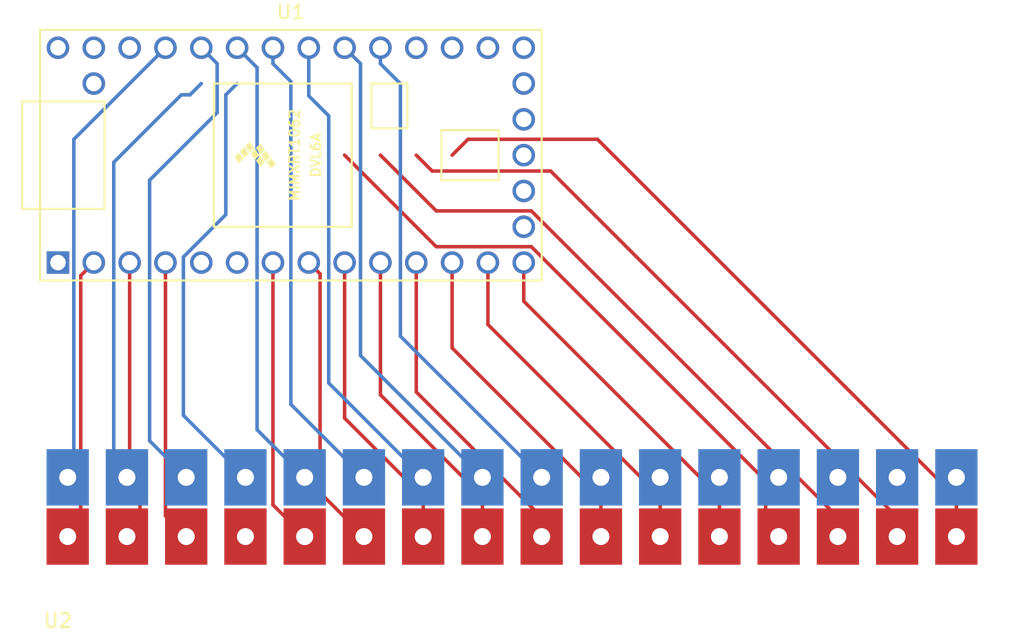
<source format=kicad_pcb>
(kicad_pcb (version 20171130) (host pcbnew 5.0.2+dfsg1-1~bpo9+1)

  (general
    (thickness 1.6)
    (drawings 0)
    (tracks 84)
    (zones 0)
    (modules 2)
    (nets 67)
  )

  (page A4)
  (layers
    (0 F.Cu signal)
    (31 B.Cu signal)
    (32 B.Adhes user)
    (33 F.Adhes user)
    (34 B.Paste user)
    (35 F.Paste user)
    (36 B.SilkS user)
    (37 F.SilkS user)
    (38 B.Mask user)
    (39 F.Mask user)
    (40 Dwgs.User user)
    (41 Cmts.User user)
    (42 Eco1.User user)
    (43 Eco2.User user)
    (44 Edge.Cuts user)
    (45 Margin user)
    (46 B.CrtYd user)
    (47 F.CrtYd user)
    (48 B.Fab user)
    (49 F.Fab user)
  )

  (setup
    (last_trace_width 0.25)
    (trace_clearance 0.2)
    (zone_clearance 0.508)
    (zone_45_only no)
    (trace_min 0.2)
    (segment_width 0.2)
    (edge_width 0.15)
    (via_size 0.8)
    (via_drill 0.4)
    (via_min_size 0.4)
    (via_min_drill 0.3)
    (uvia_size 0.3)
    (uvia_drill 0.1)
    (uvias_allowed no)
    (uvia_min_size 0.2)
    (uvia_min_drill 0.1)
    (pcb_text_width 0.3)
    (pcb_text_size 1.5 1.5)
    (mod_edge_width 0.15)
    (mod_text_size 1 1)
    (mod_text_width 0.15)
    (pad_size 1.524 1.524)
    (pad_drill 0.762)
    (pad_to_mask_clearance 0.051)
    (solder_mask_min_width 0.25)
    (aux_axis_origin 0 0)
    (visible_elements FFFFFF7F)
    (pcbplotparams
      (layerselection 0x010fc_ffffffff)
      (usegerberextensions false)
      (usegerberattributes false)
      (usegerberadvancedattributes false)
      (creategerberjobfile false)
      (excludeedgelayer true)
      (linewidth 0.100000)
      (plotframeref false)
      (viasonmask false)
      (mode 1)
      (useauxorigin false)
      (hpglpennumber 1)
      (hpglpenspeed 20)
      (hpglpendiameter 15.000000)
      (psnegative false)
      (psa4output false)
      (plotreference true)
      (plotvalue true)
      (plotinvisibletext false)
      (padsonsilk false)
      (subtractmaskfromsilk false)
      (outputformat 1)
      (mirror false)
      (drillshape 1)
      (scaleselection 1)
      (outputdirectory ""))
  )

  (net 0 "")
  (net 1 "Net-(U1-Pad16)")
  (net 2 "Net-(U1-Pad17)")
  (net 3 "Net-(U1-Pad18)")
  (net 4 "Net-(U1-Pad19)")
  (net 5 "Net-(U1-Pad20)")
  (net 6 "Net-(U1-Pad31)")
  (net 7 "Net-(U1-Pad6)")
  (net 8 "Net-(U1-Pad5)")
  (net 9 "Net-(U1-Pad15)")
  (net 10 "Net-(U1-Pad32)")
  (net 11 "Net-(U1-Pad33)")
  (net 12 "Net-(U1-Pad34)")
  (net 13 ROW_3)
  (net 14 ROW_5)
  (net 15 ROW_6)
  (net 16 ROW_7)
  (net 17 ROW_8)
  (net 18 ROW_9)
  (net 19 ROW_10)
  (net 20 ROW_11)
  (net 21 ROW_13)
  (net 22 ROW_15)
  (net 23 ROW_14)
  (net 24 ROW_12)
  (net 25 ROW_1)
  (net 26 ROW_2)
  (net 27 ROW_4)
  (net 28 ROW_0)
  (net 29 COL_3)
  (net 30 COL_2)
  (net 31 COL_1)
  (net 32 COL_0)
  (net 33 COL_12)
  (net 34 COL_15)
  (net 35 COL_14)
  (net 36 COL_13)
  (net 37 COL_11)
  (net 38 COL_10)
  (net 39 COL_9)
  (net 40 COL_8)
  (net 41 COL_7)
  (net 42 COL_6)
  (net 43 COL_5)
  (net 44 COL_4)
  (net 45 "Net-(U1-Pad14)")
  (net 46 "Net-(U1-Pad21)")
  (net 47 "Net-(U1-Pad22)")
  (net 48 "Net-(U1-Pad23)")
  (net 49 "Net-(U1-Pad24)")
  (net 50 "Net-(U1-Pad25)")
  (net 51 "Net-(U1-Pad26)")
  (net 52 "Net-(U1-Pad27)")
  (net 53 "Net-(U1-Pad28)")
  (net 54 "Net-(U1-Pad29)")
  (net 55 "Net-(U1-Pad30)")
  (net 56 "Net-(U1-Pad13)")
  (net 57 "Net-(U1-Pad12)")
  (net 58 "Net-(U1-Pad11)")
  (net 59 "Net-(U1-Pad10)")
  (net 60 "Net-(U1-Pad9)")
  (net 61 "Net-(U1-Pad8)")
  (net 62 "Net-(U1-Pad7)")
  (net 63 "Net-(U1-Pad4)")
  (net 64 "Net-(U1-Pad3)")
  (net 65 "Net-(U1-Pad2)")
  (net 66 "Net-(U1-Pad1)")

  (net_class Default "Ceci est la Netclass par défaut."
    (clearance 0.2)
    (trace_width 0.25)
    (via_dia 0.8)
    (via_drill 0.4)
    (uvia_dia 0.3)
    (uvia_drill 0.1)
    (add_net COL_0)
    (add_net COL_1)
    (add_net COL_10)
    (add_net COL_11)
    (add_net COL_12)
    (add_net COL_13)
    (add_net COL_14)
    (add_net COL_15)
    (add_net COL_2)
    (add_net COL_3)
    (add_net COL_4)
    (add_net COL_5)
    (add_net COL_6)
    (add_net COL_7)
    (add_net COL_8)
    (add_net COL_9)
    (add_net "Net-(U1-Pad1)")
    (add_net "Net-(U1-Pad10)")
    (add_net "Net-(U1-Pad11)")
    (add_net "Net-(U1-Pad12)")
    (add_net "Net-(U1-Pad13)")
    (add_net "Net-(U1-Pad14)")
    (add_net "Net-(U1-Pad15)")
    (add_net "Net-(U1-Pad16)")
    (add_net "Net-(U1-Pad17)")
    (add_net "Net-(U1-Pad18)")
    (add_net "Net-(U1-Pad19)")
    (add_net "Net-(U1-Pad2)")
    (add_net "Net-(U1-Pad20)")
    (add_net "Net-(U1-Pad21)")
    (add_net "Net-(U1-Pad22)")
    (add_net "Net-(U1-Pad23)")
    (add_net "Net-(U1-Pad24)")
    (add_net "Net-(U1-Pad25)")
    (add_net "Net-(U1-Pad26)")
    (add_net "Net-(U1-Pad27)")
    (add_net "Net-(U1-Pad28)")
    (add_net "Net-(U1-Pad29)")
    (add_net "Net-(U1-Pad3)")
    (add_net "Net-(U1-Pad30)")
    (add_net "Net-(U1-Pad31)")
    (add_net "Net-(U1-Pad32)")
    (add_net "Net-(U1-Pad33)")
    (add_net "Net-(U1-Pad34)")
    (add_net "Net-(U1-Pad4)")
    (add_net "Net-(U1-Pad5)")
    (add_net "Net-(U1-Pad6)")
    (add_net "Net-(U1-Pad7)")
    (add_net "Net-(U1-Pad8)")
    (add_net "Net-(U1-Pad9)")
    (add_net ROW_0)
    (add_net ROW_1)
    (add_net ROW_10)
    (add_net ROW_11)
    (add_net ROW_12)
    (add_net ROW_13)
    (add_net ROW_14)
    (add_net ROW_15)
    (add_net ROW_2)
    (add_net ROW_3)
    (add_net ROW_4)
    (add_net ROW_5)
    (add_net ROW_6)
    (add_net ROW_7)
    (add_net ROW_8)
    (add_net ROW_9)
  )

  (module teensy:Teensy40 (layer F.Cu) (tedit 5D521536) (tstamp 5DF8D2EC)
    (at 132.08 93.98)
    (path /5DF7B870)
    (fp_text reference U1 (at 0 -10.16) (layer F.SilkS)
      (effects (font (size 1 1) (thickness 0.15)))
    )
    (fp_text value Teensy4.0 (at 0 10.16) (layer F.Fab)
      (effects (font (size 1 1) (thickness 0.15)))
    )
    (fp_line (start -17.78 3.81) (end -19.05 3.81) (layer F.SilkS) (width 0.15))
    (fp_line (start -19.05 3.81) (end -19.05 -3.81) (layer F.SilkS) (width 0.15))
    (fp_line (start -19.05 -3.81) (end -17.78 -3.81) (layer F.SilkS) (width 0.15))
    (fp_line (start -13.208 3.81) (end -13.208 -3.81) (layer F.SilkS) (width 0.15))
    (fp_line (start -13.208 -3.81) (end -17.78 -3.81) (layer F.SilkS) (width 0.15))
    (fp_line (start -13.208 3.81) (end -17.78 3.81) (layer F.SilkS) (width 0.15))
    (fp_line (start 14.732 -1.778) (end 14.732 1.778) (layer F.SilkS) (width 0.15))
    (fp_line (start 14.732 1.778) (end 10.668 1.778) (layer F.SilkS) (width 0.15))
    (fp_line (start 10.668 1.778) (end 10.668 -1.778) (layer F.SilkS) (width 0.15))
    (fp_line (start 10.668 -1.778) (end 14.732 -1.778) (layer F.SilkS) (width 0.15))
    (fp_line (start 4.318 5.08) (end 4.318 -5.08) (layer F.SilkS) (width 0.15))
    (fp_line (start -5.461 -5.08) (end -5.461 5.08) (layer F.SilkS) (width 0.15))
    (fp_line (start 4.318 -5.08) (end -5.461 -5.08) (layer F.SilkS) (width 0.15))
    (fp_line (start 4.318 5.08) (end -5.461 5.08) (layer F.SilkS) (width 0.15))
    (fp_line (start -17.78 -8.89) (end 17.78 -8.89) (layer F.SilkS) (width 0.15))
    (fp_line (start 17.78 -8.89) (end 17.78 8.89) (layer F.SilkS) (width 0.15))
    (fp_line (start 17.78 8.89) (end -17.78 8.89) (layer F.SilkS) (width 0.15))
    (fp_line (start -17.78 8.89) (end -17.78 -8.89) (layer F.SilkS) (width 0.15))
    (fp_line (start 5.715 -5.08) (end 8.255 -5.08) (layer F.SilkS) (width 0.15))
    (fp_line (start 8.255 -5.08) (end 8.255 -1.905) (layer F.SilkS) (width 0.15))
    (fp_line (start 8.255 -1.905) (end 5.715 -1.905) (layer F.SilkS) (width 0.15))
    (fp_line (start 5.715 -1.905) (end 5.715 -5.08) (layer F.SilkS) (width 0.15))
    (fp_text user MIMXRT1062 (at 0.254 0 90) (layer F.SilkS)
      (effects (font (size 0.7 0.7) (thickness 0.15)))
    )
    (fp_poly (pts (xy -3.175 -0.635) (xy -2.921 -0.889) (xy -2.667 -0.508) (xy -2.921 -0.254)) (layer F.SilkS) (width 0.1))
    (fp_poly (pts (xy -2.794 -0.127) (xy -2.54 -0.381) (xy -2.286 0) (xy -2.54 0.254)) (layer F.SilkS) (width 0.1))
    (fp_poly (pts (xy -2.413 0.381) (xy -2.159 0.127) (xy -1.905 0.508) (xy -2.159 0.762)) (layer F.SilkS) (width 0.1))
    (fp_poly (pts (xy -2.413 -0.508) (xy -2.159 -0.762) (xy -1.905 -0.381) (xy -2.159 -0.127)) (layer F.SilkS) (width 0.1))
    (fp_poly (pts (xy -2.032 0) (xy -1.778 -0.254) (xy -1.524 0.127) (xy -1.778 0.381)) (layer F.SilkS) (width 0.1))
    (fp_poly (pts (xy -1.651 0.508) (xy -1.397 0.254) (xy -1.143 0.635) (xy -1.397 0.889)) (layer F.SilkS) (width 0.1))
    (fp_poly (pts (xy -3.556 -0.254) (xy -3.302 -0.508) (xy -3.048 -0.127) (xy -3.302 0.127)) (layer F.SilkS) (width 0.1))
    (fp_poly (pts (xy -3.937 0.127) (xy -3.683 -0.127) (xy -3.429 0.254) (xy -3.683 0.508)) (layer F.SilkS) (width 0.1))
    (fp_text user DVL6A (at 1.778 0 90) (layer F.SilkS)
      (effects (font (size 0.7 0.7) (thickness 0.15)))
    )
    (pad 17 thru_hole circle (at 16.51 0) (size 1.6 1.6) (drill 1.1) (layers *.Cu *.Mask)
      (net 2 "Net-(U1-Pad17)"))
    (pad 18 thru_hole circle (at 16.51 -2.54) (size 1.6 1.6) (drill 1.1) (layers *.Cu *.Mask)
      (net 3 "Net-(U1-Pad18)"))
    (pad 19 thru_hole circle (at 16.51 -5.08) (size 1.6 1.6) (drill 1.1) (layers *.Cu *.Mask)
      (net 4 "Net-(U1-Pad19)"))
    (pad 20 thru_hole circle (at 16.51 -7.62) (size 1.6 1.6) (drill 1.1) (layers *.Cu *.Mask)
      (net 5 "Net-(U1-Pad20)"))
    (pad 16 thru_hole circle (at 16.51 2.54) (size 1.6 1.6) (drill 1.1) (layers *.Cu *.Mask)
      (net 1 "Net-(U1-Pad16)"))
    (pad 15 thru_hole circle (at 16.51 5.08) (size 1.6 1.6) (drill 1.1) (layers *.Cu *.Mask)
      (net 9 "Net-(U1-Pad15)"))
    (pad 14 thru_hole circle (at 16.51 7.62) (size 1.6 1.6) (drill 1.1) (layers *.Cu *.Mask)
      (net 45 "Net-(U1-Pad14)"))
    (pad 21 thru_hole circle (at 13.97 -7.62) (size 1.6 1.6) (drill 1.1) (layers *.Cu *.Mask)
      (net 46 "Net-(U1-Pad21)"))
    (pad 22 thru_hole circle (at 11.43 -7.62) (size 1.6 1.6) (drill 1.1) (layers *.Cu *.Mask)
      (net 47 "Net-(U1-Pad22)"))
    (pad 23 thru_hole circle (at 8.89 -7.62) (size 1.6 1.6) (drill 1.1) (layers *.Cu *.Mask)
      (net 48 "Net-(U1-Pad23)"))
    (pad 24 thru_hole circle (at 6.35 -7.62) (size 1.6 1.6) (drill 1.1) (layers *.Cu *.Mask)
      (net 49 "Net-(U1-Pad24)"))
    (pad 25 thru_hole circle (at 3.81 -7.62) (size 1.6 1.6) (drill 1.1) (layers *.Cu *.Mask)
      (net 50 "Net-(U1-Pad25)"))
    (pad 26 thru_hole circle (at 1.27 -7.62) (size 1.6 1.6) (drill 1.1) (layers *.Cu *.Mask)
      (net 51 "Net-(U1-Pad26)"))
    (pad 27 thru_hole circle (at -1.27 -7.62) (size 1.6 1.6) (drill 1.1) (layers *.Cu *.Mask)
      (net 52 "Net-(U1-Pad27)"))
    (pad 28 thru_hole circle (at -3.81 -7.62) (size 1.6 1.6) (drill 1.1) (layers *.Cu *.Mask)
      (net 53 "Net-(U1-Pad28)"))
    (pad 29 thru_hole circle (at -6.35 -7.62) (size 1.6 1.6) (drill 1.1) (layers *.Cu *.Mask)
      (net 54 "Net-(U1-Pad29)"))
    (pad 30 thru_hole circle (at -8.89 -7.62) (size 1.6 1.6) (drill 1.1) (layers *.Cu *.Mask)
      (net 55 "Net-(U1-Pad30)"))
    (pad 31 thru_hole circle (at -11.43 -7.62) (size 1.6 1.6) (drill 1.1) (layers *.Cu *.Mask)
      (net 6 "Net-(U1-Pad31)"))
    (pad 32 thru_hole circle (at -13.97 -7.62) (size 1.6 1.6) (drill 1.1) (layers *.Cu *.Mask)
      (net 10 "Net-(U1-Pad32)"))
    (pad 33 thru_hole circle (at -16.51 -7.62) (size 1.6 1.6) (drill 1.1) (layers *.Cu *.Mask)
      (net 11 "Net-(U1-Pad33)"))
    (pad 34 thru_hole circle (at -13.97 -5.08) (size 1.6 1.6) (drill 1.1) (layers *.Cu *.Mask)
      (net 12 "Net-(U1-Pad34)"))
    (pad 13 thru_hole circle (at 13.97 7.62) (size 1.6 1.6) (drill 1.1) (layers *.Cu *.Mask)
      (net 56 "Net-(U1-Pad13)"))
    (pad 12 thru_hole circle (at 11.43 7.62) (size 1.6 1.6) (drill 1.1) (layers *.Cu *.Mask)
      (net 57 "Net-(U1-Pad12)"))
    (pad 11 thru_hole circle (at 8.89 7.62) (size 1.6 1.6) (drill 1.1) (layers *.Cu *.Mask)
      (net 58 "Net-(U1-Pad11)"))
    (pad 10 thru_hole circle (at 6.35 7.62) (size 1.6 1.6) (drill 1.1) (layers *.Cu *.Mask)
      (net 59 "Net-(U1-Pad10)"))
    (pad 9 thru_hole circle (at 3.81 7.62) (size 1.6 1.6) (drill 1.1) (layers *.Cu *.Mask)
      (net 60 "Net-(U1-Pad9)"))
    (pad 8 thru_hole circle (at 1.27 7.62) (size 1.6 1.6) (drill 1.1) (layers *.Cu *.Mask)
      (net 61 "Net-(U1-Pad8)"))
    (pad 7 thru_hole circle (at -1.27 7.62) (size 1.6 1.6) (drill 1.1) (layers *.Cu *.Mask)
      (net 62 "Net-(U1-Pad7)"))
    (pad 6 thru_hole circle (at -3.81 7.62) (size 1.6 1.6) (drill 1.1) (layers *.Cu *.Mask)
      (net 7 "Net-(U1-Pad6)"))
    (pad 5 thru_hole circle (at -6.35 7.62) (size 1.6 1.6) (drill 1.1) (layers *.Cu *.Mask)
      (net 8 "Net-(U1-Pad5)"))
    (pad 4 thru_hole circle (at -8.89 7.62) (size 1.6 1.6) (drill 1.1) (layers *.Cu *.Mask)
      (net 63 "Net-(U1-Pad4)"))
    (pad 3 thru_hole circle (at -11.43 7.62) (size 1.6 1.6) (drill 1.1) (layers *.Cu *.Mask)
      (net 64 "Net-(U1-Pad3)"))
    (pad 2 thru_hole circle (at -13.97 7.62) (size 1.6 1.6) (drill 1.1) (layers *.Cu *.Mask)
      (net 65 "Net-(U1-Pad2)"))
    (pad 1 thru_hole rect (at -16.51 7.62) (size 1.6 1.6) (drill 1.1) (layers *.Cu *.Mask)
      (net 66 "Net-(U1-Pad1)"))
  )

  (module e256:e256_pad_16X16 (layer F.Cu) (tedit 5DE6C641) (tstamp 5DEF5558)
    (at 149.86 116.84 270)
    (path /5DEF4BB3)
    (fp_text reference U2 (at 10.16 34.29) (layer F.SilkS)
      (effects (font (size 1 1) (thickness 0.15)))
    )
    (fp_text value e256_pad_16x16 (at 8.255 29.21) (layer F.Fab)
      (effects (font (size 1 1) (thickness 0.15)))
    )
    (pad "" np_thru_hole circle (at 4.2 -33.6 270) (size 1.2 1.2) (drill 1.2) (layers *.Cu))
    (pad "" np_thru_hole circle (at 0 -33.6 270) (size 1.2 1.2) (drill 1.2) (layers *.Cu))
    (pad "" np_thru_hole circle (at 4.2 37.8 270) (size 1.2 1.2) (drill 1.2) (layers *.Cu))
    (pad "" np_thru_hole circle (at 0 37.8 270) (size 1.2 1.2) (drill 1.2) (layers *.Cu))
    (pad "" np_thru_hole circle (at 0 33.6 270) (size 1.2 1.2) (drill 1.2) (layers *.Cu))
    (pad "" np_thru_hole circle (at 4.2 33.6 270) (size 1.2 1.2) (drill 1.2) (layers *.Cu))
    (pad "" np_thru_hole circle (at 4.2 29.4 270) (size 1.2 1.2) (drill 1.2) (layers *.Cu))
    (pad "" np_thru_hole circle (at 0 29.4 270) (size 1.2 1.2) (drill 1.2) (layers *.Cu))
    (pad "" np_thru_hole circle (at 0 25.2 270) (size 1.2 1.2) (drill 1.2) (layers *.Cu))
    (pad "" np_thru_hole circle (at 4.2 25.2 270) (size 1.2 1.2) (drill 1.2) (layers *.Cu))
    (pad "" np_thru_hole circle (at 4.2 21 270) (size 1.2 1.2) (drill 1.2) (layers *.Cu))
    (pad "" np_thru_hole circle (at 0 21 270) (size 1.2 1.2) (drill 1.2) (layers *.Cu))
    (pad "" np_thru_hole circle (at 0 16.8 270) (size 1.2 1.2) (drill 1.2) (layers *.Cu))
    (pad "" np_thru_hole circle (at 4.2 16.8 270) (size 1.2 1.2) (drill 1.2) (layers *.Cu))
    (pad "" np_thru_hole circle (at 4.2 16.8 270) (size 1.2 1.2) (drill 1.2) (layers *.Cu))
    (pad "" np_thru_hole circle (at 4.2 12.6 270) (size 1.2 1.2) (drill 1.2) (layers *.Cu))
    (pad "" np_thru_hole circle (at 0 12.6 270) (size 1.2 1.2) (drill 1.2) (layers *.Cu))
    (pad "" np_thru_hole circle (at 0 8.4 270) (size 1.2 1.2) (drill 1.2) (layers *.Cu))
    (pad "" np_thru_hole circle (at 4.2 8.4 270) (size 1.2 1.2) (drill 1.2) (layers *.Cu))
    (pad "" np_thru_hole circle (at 4.2 4.2 270) (size 1.2 1.2) (drill 1.2) (layers *.Cu))
    (pad "" np_thru_hole circle (at 0 4.2 270) (size 1.2 1.2) (drill 1.2) (layers *.Cu))
    (pad "" np_thru_hole circle (at 0 0 270) (size 1.2 1.2) (drill 1.2) (layers *.Cu))
    (pad "" np_thru_hole circle (at 4.2 0 270) (size 1.2 1.2) (drill 1.2) (layers *.Cu))
    (pad "" np_thru_hole circle (at 4.2 -4.2 270) (size 1.2 1.2) (drill 1.2) (layers *.Cu))
    (pad "" np_thru_hole circle (at 0 -4.2 270) (size 1.2 1.2) (drill 1.2) (layers *.Cu))
    (pad "" np_thru_hole circle (at 0 -8.4 270) (size 1.2 1.2) (drill 1.2) (layers *.Cu))
    (pad "" np_thru_hole circle (at 4.2 -8.4 270) (size 1.2 1.2) (drill 1.2) (layers *.Cu))
    (pad "" np_thru_hole circle (at 4.2 -12.6 270) (size 1.2 1.2) (drill 1.2) (layers *.Cu))
    (pad "" np_thru_hole circle (at 0 -12.6 270) (size 1.2 1.2) (drill 1.2) (layers *.Cu))
    (pad "" np_thru_hole circle (at 0 -16.8 270) (size 1.2 1.2) (drill 1.2) (layers *.Cu))
    (pad "" np_thru_hole circle (at 4.2 -16.8 270) (size 1.2 1.2) (drill 1.2) (layers *.Cu))
    (pad "" np_thru_hole circle (at 4.2 -21 270) (size 1.2 1.2) (drill 1.2) (layers *.Cu))
    (pad "" np_thru_hole circle (at 0 -21 270) (size 1.2 1.2) (drill 1.2) (layers *.Cu))
    (pad "" np_thru_hole circle (at 4.2 -25.2 270) (size 1.2 1.2) (drill 1.2) (layers *.Cu))
    (pad "" np_thru_hole circle (at 0 -25.2 270) (size 1.2 1.2) (drill 1.2) (layers *.Cu))
    (pad "" np_thru_hole circle (at 0 -29.4 270) (size 1.2 1.2) (drill 1.2) (layers *.Cu))
    (pad "" np_thru_hole circle (at 4.2 -29.4 270) (size 1.2 1.2) (drill 1.2) (layers *.Cu))
    (pad 2 smd rect (at 0 -21 270) (size 4 3) (layers B.Cu B.Paste B.Mask)
      (net 26 ROW_2))
    (pad 14 smd rect (at 0 29.4 270) (size 4 3) (layers B.Cu B.Paste B.Mask)
      (net 23 ROW_14))
    (pad 8 smd rect (at 0 4.2 270) (size 4 3) (layers B.Cu B.Paste B.Mask)
      (net 17 ROW_8))
    (pad 15 smd rect (at 0 33.6 270) (size 4 3) (layers B.Cu B.Paste B.Mask)
      (net 22 ROW_15))
    (pad 9 smd rect (at 0 8.4 270) (size 4 3) (layers B.Cu B.Paste B.Mask)
      (net 18 ROW_9))
    (pad 7 smd rect (at 0 0 270) (size 4 3) (layers B.Cu B.Paste B.Mask)
      (net 16 ROW_7))
    (pad 12 smd rect (at 0 21 270) (size 4 3) (layers B.Cu B.Paste B.Mask)
      (net 24 ROW_12))
    (pad 13 smd rect (at 0 25.2 270) (size 4 3) (layers B.Cu B.Paste B.Mask)
      (net 21 ROW_13))
    (pad 11 smd rect (at 0 16.8 270) (size 4 3) (layers B.Cu B.Paste B.Mask)
      (net 20 ROW_11))
    (pad 0 smd rect (at 0 -29.4 270) (size 4 3) (layers B.Cu B.Paste B.Mask)
      (net 28 ROW_0))
    (pad 10 smd rect (at 0 12.6 270) (size 4 3) (layers B.Cu B.Paste B.Mask)
      (net 19 ROW_10))
    (pad 5 smd rect (at 0 -8.4 270) (size 4 3) (layers B.Cu B.Paste B.Mask)
      (net 14 ROW_5))
    (pad 6 smd rect (at 0 -4.2 270) (size 4 3) (layers B.Cu B.Paste B.Mask)
      (net 15 ROW_6))
    (pad 1 smd rect (at 0 -25.2 270) (size 4 3) (layers B.Cu B.Paste B.Mask)
      (net 25 ROW_1))
    (pad 3 smd rect (at 0 -16.8 270) (size 4 3) (layers B.Cu B.Paste B.Mask)
      (net 13 ROW_3))
    (pad 4 smd rect (at 0 -12.6 270) (size 4 3) (layers B.Cu B.Paste B.Mask)
      (net 27 ROW_4))
    (pad 26 smd rect (at 4.2 12.6 270) (size 4 3) (layers F.Cu F.Paste F.Mask)
      (net 38 COL_10))
    (pad 31 smd rect (at 4.2 33.6 270) (size 4 3) (layers F.Cu F.Paste F.Mask)
      (net 34 COL_15))
    (pad 24 smd rect (at 4.2 4.2 270) (size 4 3) (layers F.Cu F.Paste F.Mask)
      (net 40 COL_8))
    (pad 29 smd rect (at 4.2 25.2 270) (size 4 3) (layers F.Cu F.Paste F.Mask)
      (net 36 COL_13))
    (pad 30 smd rect (at 4.2 29.4 270) (size 4 3) (layers F.Cu F.Paste F.Mask)
      (net 35 COL_14))
    (pad 25 smd rect (at 4.2 8.4 270) (size 4 3) (layers F.Cu F.Paste F.Mask)
      (net 39 COL_9))
    (pad 27 smd rect (at 4.2 16.8 270) (size 4 3) (layers F.Cu F.Paste F.Mask)
      (net 37 COL_11))
    (pad 28 smd rect (at 4.2 21 270) (size 4 3) (layers F.Cu F.Paste F.Mask)
      (net 33 COL_12))
    (pad 23 smd rect (at 4.2 0 270) (size 4 3) (layers F.Cu F.Paste F.Mask)
      (net 41 COL_7))
    (pad 22 smd rect (at 4.2 -4.2 270) (size 4 3) (layers F.Cu F.Paste F.Mask)
      (net 42 COL_6))
    (pad 21 smd rect (at 4.2 -8.4 270) (size 4 3) (layers F.Cu F.Paste F.Mask)
      (net 43 COL_5))
    (pad 20 smd rect (at 4.2 -12.6 270) (size 4 3) (layers F.Cu F.Paste F.Mask)
      (net 44 COL_4))
    (pad 19 smd rect (at 4.2 -16.8 270) (size 4 3) (layers F.Cu F.Paste F.Mask)
      (net 29 COL_3))
    (pad 18 smd rect (at 4.2 -21 270) (size 4 3) (layers F.Cu F.Paste F.Mask)
      (net 30 COL_2))
    (pad 17 smd rect (at 4.2 -25.2 270) (size 4 3) (layers F.Cu F.Paste F.Mask)
      (net 31 COL_1))
    (pad 16 smd rect (at 4.2 -29.4 270) (size 4 3) (layers F.Cu F.Paste F.Mask)
      (net 32 COL_0))
  )

  (segment (start 139.844999 106.824999) (end 149.175499 116.155499) (width 0.25) (layer B.Cu) (net 16))
  (segment (start 139.844999 88.906369) (end 139.844999 106.824999) (width 0.25) (layer B.Cu) (net 16))
  (segment (start 138.43 87.49137) (end 139.844999 88.906369) (width 0.25) (layer B.Cu) (net 16))
  (segment (start 138.43 86.36) (end 138.43 87.49137) (width 0.25) (layer B.Cu) (net 16))
  (segment (start 137.015001 108.195001) (end 144.975499 116.155499) (width 0.25) (layer B.Cu) (net 17))
  (segment (start 137.015001 87.485001) (end 137.015001 108.195001) (width 0.25) (layer B.Cu) (net 17))
  (segment (start 135.89 86.36) (end 137.015001 87.485001) (width 0.25) (layer B.Cu) (net 17))
  (segment (start 134.764999 110.144999) (end 140.775499 116.155499) (width 0.25) (layer B.Cu) (net 18))
  (segment (start 134.764999 91.189997) (end 134.764999 110.144999) (width 0.25) (layer B.Cu) (net 18))
  (segment (start 133.35 89.774998) (end 134.764999 91.189997) (width 0.25) (layer B.Cu) (net 18))
  (segment (start 133.35 86.36) (end 133.35 89.774998) (width 0.25) (layer B.Cu) (net 18))
  (segment (start 132.08 111.66) (end 136.575499 116.155499) (width 0.25) (layer B.Cu) (net 19))
  (segment (start 132.08 88.76137) (end 132.08 111.66) (width 0.25) (layer B.Cu) (net 19))
  (segment (start 130.81 87.49137) (end 132.08 88.76137) (width 0.25) (layer B.Cu) (net 19))
  (segment (start 130.81 86.36) (end 130.81 87.49137) (width 0.25) (layer B.Cu) (net 19))
  (segment (start 129.684999 113.464999) (end 132.375499 116.155499) (width 0.25) (layer B.Cu) (net 20))
  (segment (start 129.684999 87.774999) (end 129.684999 113.464999) (width 0.25) (layer B.Cu) (net 20))
  (segment (start 128.27 86.36) (end 129.684999 87.774999) (width 0.25) (layer B.Cu) (net 20))
  (segment (start 122.064999 114.244999) (end 123.975499 116.155499) (width 0.25) (layer B.Cu) (net 21))
  (segment (start 126.855001 87.485001) (end 126.855001 90.967997) (width 0.25) (layer B.Cu) (net 21))
  (segment (start 122.064999 95.757999) (end 122.064999 114.244999) (width 0.25) (layer B.Cu) (net 21))
  (segment (start 126.855001 90.967997) (end 122.064999 95.757999) (width 0.25) (layer B.Cu) (net 21))
  (segment (start 125.73 86.36) (end 126.855001 87.485001) (width 0.25) (layer B.Cu) (net 21))
  (segment (start 116.695001 92.854999) (end 116.695001 115.914999) (width 0.25) (layer B.Cu) (net 22))
  (segment (start 123.19 86.36) (end 116.695001 92.854999) (width 0.25) (layer B.Cu) (net 22))
  (segment (start 119.524999 115.904999) (end 119.775499 116.155499) (width 0.25) (layer B.Cu) (net 23))
  (segment (start 119.524999 94.487999) (end 119.524999 115.904999) (width 0.25) (layer B.Cu) (net 23))
  (segment (start 124.312999 89.699999) (end 119.524999 94.487999) (width 0.25) (layer B.Cu) (net 23))
  (segment (start 124.930001 89.699999) (end 124.312999 89.699999) (width 0.25) (layer B.Cu) (net 23))
  (segment (start 125.73 88.9) (end 124.930001 89.699999) (width 0.25) (layer B.Cu) (net 23))
  (segment (start 127.470001 98.194997) (end 124.46 101.204998) (width 0.25) (layer B.Cu) (net 24))
  (segment (start 127.470001 89.699999) (end 127.470001 98.194997) (width 0.25) (layer B.Cu) (net 24))
  (segment (start 128.27 88.9) (end 127.470001 89.699999) (width 0.25) (layer B.Cu) (net 24))
  (segment (start 124.46 112.44) (end 128.175499 116.155499) (width 0.25) (layer B.Cu) (net 24))
  (segment (start 124.46 101.204998) (end 124.46 112.44) (width 0.25) (layer B.Cu) (net 24))
  (segment (start 165.734999 120.114999) (end 165.975499 120.355499) (width 0.25) (layer F.Cu) (net 29))
  (segment (start 165.734999 117.079997) (end 165.734999 120.114999) (width 0.25) (layer F.Cu) (net 29))
  (segment (start 149.130001 100.474999) (end 165.734999 117.079997) (width 0.25) (layer F.Cu) (net 29))
  (segment (start 142.384999 100.474999) (end 149.130001 100.474999) (width 0.25) (layer F.Cu) (net 29))
  (segment (start 135.89 93.98) (end 142.384999 100.474999) (width 0.25) (layer F.Cu) (net 29))
  (segment (start 149.124001 97.934999) (end 170.86 119.670998) (width 0.25) (layer F.Cu) (net 30))
  (segment (start 142.384999 97.934999) (end 149.124001 97.934999) (width 0.25) (layer F.Cu) (net 30))
  (segment (start 170.86 119.670998) (end 170.86 120.114999) (width 0.25) (layer F.Cu) (net 30))
  (segment (start 138.43 93.98) (end 142.384999 97.934999) (width 0.25) (layer F.Cu) (net 30))
  (segment (start 150.494003 95.105001) (end 175.06 119.670998) (width 0.25) (layer F.Cu) (net 31))
  (segment (start 142.095001 95.105001) (end 150.494003 95.105001) (width 0.25) (layer F.Cu) (net 31))
  (segment (start 175.06 119.670998) (end 175.06 120.114999) (width 0.25) (layer F.Cu) (net 31))
  (segment (start 140.97 93.98) (end 142.095001 95.105001) (width 0.25) (layer F.Cu) (net 31))
  (segment (start 179.26 118.3) (end 179.26 120.114999) (width 0.25) (layer F.Cu) (net 32))
  (segment (start 153.814999 92.854999) (end 179.26 118.3) (width 0.25) (layer F.Cu) (net 32))
  (segment (start 144.635001 92.854999) (end 153.814999 92.854999) (width 0.25) (layer F.Cu) (net 32))
  (segment (start 143.51 93.98) (end 144.635001 92.854999) (width 0.25) (layer F.Cu) (net 32))
  (segment (start 117.185001 120.114999) (end 116.944501 120.355499) (width 0.25) (layer F.Cu) (net 34))
  (segment (start 117.185001 102.524999) (end 117.185001 120.114999) (width 0.25) (layer F.Cu) (net 34))
  (segment (start 118.11 101.6) (end 117.185001 102.524999) (width 0.25) (layer F.Cu) (net 34))
  (segment (start 121.385001 120.114999) (end 121.144501 120.355499) (width 0.25) (layer F.Cu) (net 35))
  (segment (start 121.385001 116.395999) (end 121.385001 120.114999) (width 0.25) (layer F.Cu) (net 35))
  (segment (start 120.65 115.660998) (end 121.385001 116.395999) (width 0.25) (layer F.Cu) (net 35))
  (segment (start 120.65 101.6) (end 120.65 115.660998) (width 0.25) (layer F.Cu) (net 35))
  (segment (start 123.19 119.57) (end 123.975499 120.355499) (width 0.25) (layer F.Cu) (net 36))
  (segment (start 123.19 101.6) (end 123.19 119.57) (width 0.25) (layer F.Cu) (net 36))
  (segment (start 130.81 118.79) (end 132.375499 120.355499) (width 0.25) (layer F.Cu) (net 37))
  (segment (start 130.81 101.6) (end 130.81 118.79) (width 0.25) (layer F.Cu) (net 37))
  (segment (start 134.149999 117.929999) (end 136.575499 120.355499) (width 0.25) (layer F.Cu) (net 38))
  (segment (start 134.149999 102.399999) (end 134.149999 117.929999) (width 0.25) (layer F.Cu) (net 38))
  (segment (start 133.35 101.6) (end 134.149999 102.399999) (width 0.25) (layer F.Cu) (net 38))
  (segment (start 141.46 118.209002) (end 141.46 120.114999) (width 0.25) (layer F.Cu) (net 39))
  (segment (start 135.89 112.639002) (end 141.46 118.209002) (width 0.25) (layer F.Cu) (net 39))
  (segment (start 135.89 101.6) (end 135.89 112.639002) (width 0.25) (layer F.Cu) (net 39))
  (segment (start 145.66 118.209002) (end 145.66 120.114999) (width 0.25) (layer F.Cu) (net 40))
  (segment (start 138.43 110.979002) (end 145.66 118.209002) (width 0.25) (layer F.Cu) (net 40))
  (segment (start 138.43 101.6) (end 138.43 110.979002) (width 0.25) (layer F.Cu) (net 40))
  (segment (start 149.86 119.670998) (end 149.86 120.114999) (width 0.25) (layer F.Cu) (net 41))
  (segment (start 140.97 110.780998) (end 149.86 119.670998) (width 0.25) (layer F.Cu) (net 41))
  (segment (start 140.97 101.6) (end 140.97 110.780998) (width 0.25) (layer F.Cu) (net 41))
  (segment (start 143.51 107.659002) (end 154.06 118.209002) (width 0.25) (layer F.Cu) (net 42))
  (segment (start 154.06 118.209002) (end 154.06 120.114999) (width 0.25) (layer F.Cu) (net 42))
  (segment (start 143.51 101.6) (end 143.51 107.659002) (width 0.25) (layer F.Cu) (net 42))
  (segment (start 158.26 118.209002) (end 158.26 120.114999) (width 0.25) (layer F.Cu) (net 43))
  (segment (start 146.05 105.999002) (end 158.26 118.209002) (width 0.25) (layer F.Cu) (net 43))
  (segment (start 146.05 101.6) (end 146.05 105.999002) (width 0.25) (layer F.Cu) (net 43))
  (segment (start 162.46 118.209002) (end 162.46 120.114999) (width 0.25) (layer F.Cu) (net 44))
  (segment (start 148.59 104.339002) (end 162.46 118.209002) (width 0.25) (layer F.Cu) (net 44))
  (segment (start 148.59 101.6) (end 148.59 104.339002) (width 0.25) (layer F.Cu) (net 44))

)

</source>
